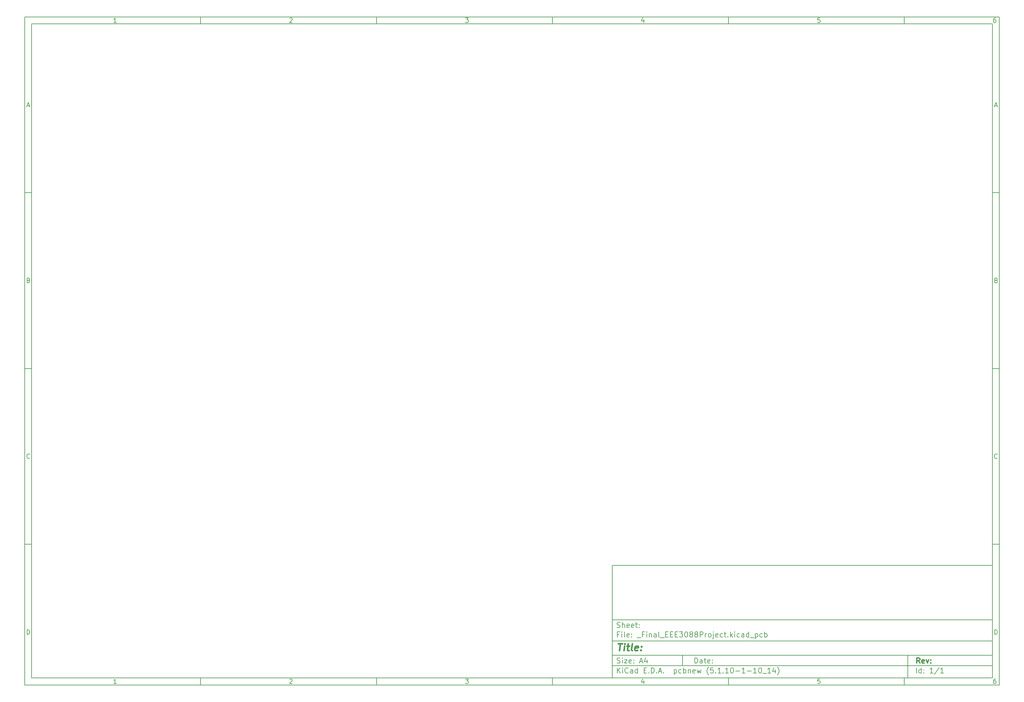
<source format=gbr>
%TF.GenerationSoftware,KiCad,Pcbnew,(5.1.10-1-10_14)*%
%TF.CreationDate,2021-06-17T20:45:02+02:00*%
%TF.ProjectId,_Final_EEE3088Project,5f46696e-616c-45f4-9545-453330383850,rev?*%
%TF.SameCoordinates,Original*%
%TF.FileFunction,Paste,Bot*%
%TF.FilePolarity,Positive*%
%FSLAX46Y46*%
G04 Gerber Fmt 4.6, Leading zero omitted, Abs format (unit mm)*
G04 Created by KiCad (PCBNEW (5.1.10-1-10_14)) date 2021-06-17 20:45:02*
%MOMM*%
%LPD*%
G01*
G04 APERTURE LIST*
%ADD10C,0.100000*%
%ADD11C,0.150000*%
%ADD12C,0.300000*%
%ADD13C,0.400000*%
G04 APERTURE END LIST*
D10*
D11*
X177002200Y-166007200D02*
X177002200Y-198007200D01*
X285002200Y-198007200D01*
X285002200Y-166007200D01*
X177002200Y-166007200D01*
D10*
D11*
X10000000Y-10000000D02*
X10000000Y-200007200D01*
X287002200Y-200007200D01*
X287002200Y-10000000D01*
X10000000Y-10000000D01*
D10*
D11*
X12000000Y-12000000D02*
X12000000Y-198007200D01*
X285002200Y-198007200D01*
X285002200Y-12000000D01*
X12000000Y-12000000D01*
D10*
D11*
X60000000Y-12000000D02*
X60000000Y-10000000D01*
D10*
D11*
X110000000Y-12000000D02*
X110000000Y-10000000D01*
D10*
D11*
X160000000Y-12000000D02*
X160000000Y-10000000D01*
D10*
D11*
X210000000Y-12000000D02*
X210000000Y-10000000D01*
D10*
D11*
X260000000Y-12000000D02*
X260000000Y-10000000D01*
D10*
D11*
X36065476Y-11588095D02*
X35322619Y-11588095D01*
X35694047Y-11588095D02*
X35694047Y-10288095D01*
X35570238Y-10473809D01*
X35446428Y-10597619D01*
X35322619Y-10659523D01*
D10*
D11*
X85322619Y-10411904D02*
X85384523Y-10350000D01*
X85508333Y-10288095D01*
X85817857Y-10288095D01*
X85941666Y-10350000D01*
X86003571Y-10411904D01*
X86065476Y-10535714D01*
X86065476Y-10659523D01*
X86003571Y-10845238D01*
X85260714Y-11588095D01*
X86065476Y-11588095D01*
D10*
D11*
X135260714Y-10288095D02*
X136065476Y-10288095D01*
X135632142Y-10783333D01*
X135817857Y-10783333D01*
X135941666Y-10845238D01*
X136003571Y-10907142D01*
X136065476Y-11030952D01*
X136065476Y-11340476D01*
X136003571Y-11464285D01*
X135941666Y-11526190D01*
X135817857Y-11588095D01*
X135446428Y-11588095D01*
X135322619Y-11526190D01*
X135260714Y-11464285D01*
D10*
D11*
X185941666Y-10721428D02*
X185941666Y-11588095D01*
X185632142Y-10226190D02*
X185322619Y-11154761D01*
X186127380Y-11154761D01*
D10*
D11*
X236003571Y-10288095D02*
X235384523Y-10288095D01*
X235322619Y-10907142D01*
X235384523Y-10845238D01*
X235508333Y-10783333D01*
X235817857Y-10783333D01*
X235941666Y-10845238D01*
X236003571Y-10907142D01*
X236065476Y-11030952D01*
X236065476Y-11340476D01*
X236003571Y-11464285D01*
X235941666Y-11526190D01*
X235817857Y-11588095D01*
X235508333Y-11588095D01*
X235384523Y-11526190D01*
X235322619Y-11464285D01*
D10*
D11*
X285941666Y-10288095D02*
X285694047Y-10288095D01*
X285570238Y-10350000D01*
X285508333Y-10411904D01*
X285384523Y-10597619D01*
X285322619Y-10845238D01*
X285322619Y-11340476D01*
X285384523Y-11464285D01*
X285446428Y-11526190D01*
X285570238Y-11588095D01*
X285817857Y-11588095D01*
X285941666Y-11526190D01*
X286003571Y-11464285D01*
X286065476Y-11340476D01*
X286065476Y-11030952D01*
X286003571Y-10907142D01*
X285941666Y-10845238D01*
X285817857Y-10783333D01*
X285570238Y-10783333D01*
X285446428Y-10845238D01*
X285384523Y-10907142D01*
X285322619Y-11030952D01*
D10*
D11*
X60000000Y-198007200D02*
X60000000Y-200007200D01*
D10*
D11*
X110000000Y-198007200D02*
X110000000Y-200007200D01*
D10*
D11*
X160000000Y-198007200D02*
X160000000Y-200007200D01*
D10*
D11*
X210000000Y-198007200D02*
X210000000Y-200007200D01*
D10*
D11*
X260000000Y-198007200D02*
X260000000Y-200007200D01*
D10*
D11*
X36065476Y-199595295D02*
X35322619Y-199595295D01*
X35694047Y-199595295D02*
X35694047Y-198295295D01*
X35570238Y-198481009D01*
X35446428Y-198604819D01*
X35322619Y-198666723D01*
D10*
D11*
X85322619Y-198419104D02*
X85384523Y-198357200D01*
X85508333Y-198295295D01*
X85817857Y-198295295D01*
X85941666Y-198357200D01*
X86003571Y-198419104D01*
X86065476Y-198542914D01*
X86065476Y-198666723D01*
X86003571Y-198852438D01*
X85260714Y-199595295D01*
X86065476Y-199595295D01*
D10*
D11*
X135260714Y-198295295D02*
X136065476Y-198295295D01*
X135632142Y-198790533D01*
X135817857Y-198790533D01*
X135941666Y-198852438D01*
X136003571Y-198914342D01*
X136065476Y-199038152D01*
X136065476Y-199347676D01*
X136003571Y-199471485D01*
X135941666Y-199533390D01*
X135817857Y-199595295D01*
X135446428Y-199595295D01*
X135322619Y-199533390D01*
X135260714Y-199471485D01*
D10*
D11*
X185941666Y-198728628D02*
X185941666Y-199595295D01*
X185632142Y-198233390D02*
X185322619Y-199161961D01*
X186127380Y-199161961D01*
D10*
D11*
X236003571Y-198295295D02*
X235384523Y-198295295D01*
X235322619Y-198914342D01*
X235384523Y-198852438D01*
X235508333Y-198790533D01*
X235817857Y-198790533D01*
X235941666Y-198852438D01*
X236003571Y-198914342D01*
X236065476Y-199038152D01*
X236065476Y-199347676D01*
X236003571Y-199471485D01*
X235941666Y-199533390D01*
X235817857Y-199595295D01*
X235508333Y-199595295D01*
X235384523Y-199533390D01*
X235322619Y-199471485D01*
D10*
D11*
X285941666Y-198295295D02*
X285694047Y-198295295D01*
X285570238Y-198357200D01*
X285508333Y-198419104D01*
X285384523Y-198604819D01*
X285322619Y-198852438D01*
X285322619Y-199347676D01*
X285384523Y-199471485D01*
X285446428Y-199533390D01*
X285570238Y-199595295D01*
X285817857Y-199595295D01*
X285941666Y-199533390D01*
X286003571Y-199471485D01*
X286065476Y-199347676D01*
X286065476Y-199038152D01*
X286003571Y-198914342D01*
X285941666Y-198852438D01*
X285817857Y-198790533D01*
X285570238Y-198790533D01*
X285446428Y-198852438D01*
X285384523Y-198914342D01*
X285322619Y-199038152D01*
D10*
D11*
X10000000Y-60000000D02*
X12000000Y-60000000D01*
D10*
D11*
X10000000Y-110000000D02*
X12000000Y-110000000D01*
D10*
D11*
X10000000Y-160000000D02*
X12000000Y-160000000D01*
D10*
D11*
X10690476Y-35216666D02*
X11309523Y-35216666D01*
X10566666Y-35588095D02*
X11000000Y-34288095D01*
X11433333Y-35588095D01*
D10*
D11*
X11092857Y-84907142D02*
X11278571Y-84969047D01*
X11340476Y-85030952D01*
X11402380Y-85154761D01*
X11402380Y-85340476D01*
X11340476Y-85464285D01*
X11278571Y-85526190D01*
X11154761Y-85588095D01*
X10659523Y-85588095D01*
X10659523Y-84288095D01*
X11092857Y-84288095D01*
X11216666Y-84350000D01*
X11278571Y-84411904D01*
X11340476Y-84535714D01*
X11340476Y-84659523D01*
X11278571Y-84783333D01*
X11216666Y-84845238D01*
X11092857Y-84907142D01*
X10659523Y-84907142D01*
D10*
D11*
X11402380Y-135464285D02*
X11340476Y-135526190D01*
X11154761Y-135588095D01*
X11030952Y-135588095D01*
X10845238Y-135526190D01*
X10721428Y-135402380D01*
X10659523Y-135278571D01*
X10597619Y-135030952D01*
X10597619Y-134845238D01*
X10659523Y-134597619D01*
X10721428Y-134473809D01*
X10845238Y-134350000D01*
X11030952Y-134288095D01*
X11154761Y-134288095D01*
X11340476Y-134350000D01*
X11402380Y-134411904D01*
D10*
D11*
X10659523Y-185588095D02*
X10659523Y-184288095D01*
X10969047Y-184288095D01*
X11154761Y-184350000D01*
X11278571Y-184473809D01*
X11340476Y-184597619D01*
X11402380Y-184845238D01*
X11402380Y-185030952D01*
X11340476Y-185278571D01*
X11278571Y-185402380D01*
X11154761Y-185526190D01*
X10969047Y-185588095D01*
X10659523Y-185588095D01*
D10*
D11*
X287002200Y-60000000D02*
X285002200Y-60000000D01*
D10*
D11*
X287002200Y-110000000D02*
X285002200Y-110000000D01*
D10*
D11*
X287002200Y-160000000D02*
X285002200Y-160000000D01*
D10*
D11*
X285692676Y-35216666D02*
X286311723Y-35216666D01*
X285568866Y-35588095D02*
X286002200Y-34288095D01*
X286435533Y-35588095D01*
D10*
D11*
X286095057Y-84907142D02*
X286280771Y-84969047D01*
X286342676Y-85030952D01*
X286404580Y-85154761D01*
X286404580Y-85340476D01*
X286342676Y-85464285D01*
X286280771Y-85526190D01*
X286156961Y-85588095D01*
X285661723Y-85588095D01*
X285661723Y-84288095D01*
X286095057Y-84288095D01*
X286218866Y-84350000D01*
X286280771Y-84411904D01*
X286342676Y-84535714D01*
X286342676Y-84659523D01*
X286280771Y-84783333D01*
X286218866Y-84845238D01*
X286095057Y-84907142D01*
X285661723Y-84907142D01*
D10*
D11*
X286404580Y-135464285D02*
X286342676Y-135526190D01*
X286156961Y-135588095D01*
X286033152Y-135588095D01*
X285847438Y-135526190D01*
X285723628Y-135402380D01*
X285661723Y-135278571D01*
X285599819Y-135030952D01*
X285599819Y-134845238D01*
X285661723Y-134597619D01*
X285723628Y-134473809D01*
X285847438Y-134350000D01*
X286033152Y-134288095D01*
X286156961Y-134288095D01*
X286342676Y-134350000D01*
X286404580Y-134411904D01*
D10*
D11*
X285661723Y-185588095D02*
X285661723Y-184288095D01*
X285971247Y-184288095D01*
X286156961Y-184350000D01*
X286280771Y-184473809D01*
X286342676Y-184597619D01*
X286404580Y-184845238D01*
X286404580Y-185030952D01*
X286342676Y-185278571D01*
X286280771Y-185402380D01*
X286156961Y-185526190D01*
X285971247Y-185588095D01*
X285661723Y-185588095D01*
D10*
D11*
X200434342Y-193785771D02*
X200434342Y-192285771D01*
X200791485Y-192285771D01*
X201005771Y-192357200D01*
X201148628Y-192500057D01*
X201220057Y-192642914D01*
X201291485Y-192928628D01*
X201291485Y-193142914D01*
X201220057Y-193428628D01*
X201148628Y-193571485D01*
X201005771Y-193714342D01*
X200791485Y-193785771D01*
X200434342Y-193785771D01*
X202577200Y-193785771D02*
X202577200Y-193000057D01*
X202505771Y-192857200D01*
X202362914Y-192785771D01*
X202077200Y-192785771D01*
X201934342Y-192857200D01*
X202577200Y-193714342D02*
X202434342Y-193785771D01*
X202077200Y-193785771D01*
X201934342Y-193714342D01*
X201862914Y-193571485D01*
X201862914Y-193428628D01*
X201934342Y-193285771D01*
X202077200Y-193214342D01*
X202434342Y-193214342D01*
X202577200Y-193142914D01*
X203077200Y-192785771D02*
X203648628Y-192785771D01*
X203291485Y-192285771D02*
X203291485Y-193571485D01*
X203362914Y-193714342D01*
X203505771Y-193785771D01*
X203648628Y-193785771D01*
X204720057Y-193714342D02*
X204577200Y-193785771D01*
X204291485Y-193785771D01*
X204148628Y-193714342D01*
X204077200Y-193571485D01*
X204077200Y-193000057D01*
X204148628Y-192857200D01*
X204291485Y-192785771D01*
X204577200Y-192785771D01*
X204720057Y-192857200D01*
X204791485Y-193000057D01*
X204791485Y-193142914D01*
X204077200Y-193285771D01*
X205434342Y-193642914D02*
X205505771Y-193714342D01*
X205434342Y-193785771D01*
X205362914Y-193714342D01*
X205434342Y-193642914D01*
X205434342Y-193785771D01*
X205434342Y-192857200D02*
X205505771Y-192928628D01*
X205434342Y-193000057D01*
X205362914Y-192928628D01*
X205434342Y-192857200D01*
X205434342Y-193000057D01*
D10*
D11*
X177002200Y-194507200D02*
X285002200Y-194507200D01*
D10*
D11*
X178434342Y-196585771D02*
X178434342Y-195085771D01*
X179291485Y-196585771D02*
X178648628Y-195728628D01*
X179291485Y-195085771D02*
X178434342Y-195942914D01*
X179934342Y-196585771D02*
X179934342Y-195585771D01*
X179934342Y-195085771D02*
X179862914Y-195157200D01*
X179934342Y-195228628D01*
X180005771Y-195157200D01*
X179934342Y-195085771D01*
X179934342Y-195228628D01*
X181505771Y-196442914D02*
X181434342Y-196514342D01*
X181220057Y-196585771D01*
X181077200Y-196585771D01*
X180862914Y-196514342D01*
X180720057Y-196371485D01*
X180648628Y-196228628D01*
X180577200Y-195942914D01*
X180577200Y-195728628D01*
X180648628Y-195442914D01*
X180720057Y-195300057D01*
X180862914Y-195157200D01*
X181077200Y-195085771D01*
X181220057Y-195085771D01*
X181434342Y-195157200D01*
X181505771Y-195228628D01*
X182791485Y-196585771D02*
X182791485Y-195800057D01*
X182720057Y-195657200D01*
X182577200Y-195585771D01*
X182291485Y-195585771D01*
X182148628Y-195657200D01*
X182791485Y-196514342D02*
X182648628Y-196585771D01*
X182291485Y-196585771D01*
X182148628Y-196514342D01*
X182077200Y-196371485D01*
X182077200Y-196228628D01*
X182148628Y-196085771D01*
X182291485Y-196014342D01*
X182648628Y-196014342D01*
X182791485Y-195942914D01*
X184148628Y-196585771D02*
X184148628Y-195085771D01*
X184148628Y-196514342D02*
X184005771Y-196585771D01*
X183720057Y-196585771D01*
X183577200Y-196514342D01*
X183505771Y-196442914D01*
X183434342Y-196300057D01*
X183434342Y-195871485D01*
X183505771Y-195728628D01*
X183577200Y-195657200D01*
X183720057Y-195585771D01*
X184005771Y-195585771D01*
X184148628Y-195657200D01*
X186005771Y-195800057D02*
X186505771Y-195800057D01*
X186720057Y-196585771D02*
X186005771Y-196585771D01*
X186005771Y-195085771D01*
X186720057Y-195085771D01*
X187362914Y-196442914D02*
X187434342Y-196514342D01*
X187362914Y-196585771D01*
X187291485Y-196514342D01*
X187362914Y-196442914D01*
X187362914Y-196585771D01*
X188077200Y-196585771D02*
X188077200Y-195085771D01*
X188434342Y-195085771D01*
X188648628Y-195157200D01*
X188791485Y-195300057D01*
X188862914Y-195442914D01*
X188934342Y-195728628D01*
X188934342Y-195942914D01*
X188862914Y-196228628D01*
X188791485Y-196371485D01*
X188648628Y-196514342D01*
X188434342Y-196585771D01*
X188077200Y-196585771D01*
X189577200Y-196442914D02*
X189648628Y-196514342D01*
X189577200Y-196585771D01*
X189505771Y-196514342D01*
X189577200Y-196442914D01*
X189577200Y-196585771D01*
X190220057Y-196157200D02*
X190934342Y-196157200D01*
X190077200Y-196585771D02*
X190577200Y-195085771D01*
X191077200Y-196585771D01*
X191577200Y-196442914D02*
X191648628Y-196514342D01*
X191577200Y-196585771D01*
X191505771Y-196514342D01*
X191577200Y-196442914D01*
X191577200Y-196585771D01*
X194577200Y-195585771D02*
X194577200Y-197085771D01*
X194577200Y-195657200D02*
X194720057Y-195585771D01*
X195005771Y-195585771D01*
X195148628Y-195657200D01*
X195220057Y-195728628D01*
X195291485Y-195871485D01*
X195291485Y-196300057D01*
X195220057Y-196442914D01*
X195148628Y-196514342D01*
X195005771Y-196585771D01*
X194720057Y-196585771D01*
X194577200Y-196514342D01*
X196577200Y-196514342D02*
X196434342Y-196585771D01*
X196148628Y-196585771D01*
X196005771Y-196514342D01*
X195934342Y-196442914D01*
X195862914Y-196300057D01*
X195862914Y-195871485D01*
X195934342Y-195728628D01*
X196005771Y-195657200D01*
X196148628Y-195585771D01*
X196434342Y-195585771D01*
X196577200Y-195657200D01*
X197220057Y-196585771D02*
X197220057Y-195085771D01*
X197220057Y-195657200D02*
X197362914Y-195585771D01*
X197648628Y-195585771D01*
X197791485Y-195657200D01*
X197862914Y-195728628D01*
X197934342Y-195871485D01*
X197934342Y-196300057D01*
X197862914Y-196442914D01*
X197791485Y-196514342D01*
X197648628Y-196585771D01*
X197362914Y-196585771D01*
X197220057Y-196514342D01*
X198577200Y-195585771D02*
X198577200Y-196585771D01*
X198577200Y-195728628D02*
X198648628Y-195657200D01*
X198791485Y-195585771D01*
X199005771Y-195585771D01*
X199148628Y-195657200D01*
X199220057Y-195800057D01*
X199220057Y-196585771D01*
X200505771Y-196514342D02*
X200362914Y-196585771D01*
X200077200Y-196585771D01*
X199934342Y-196514342D01*
X199862914Y-196371485D01*
X199862914Y-195800057D01*
X199934342Y-195657200D01*
X200077200Y-195585771D01*
X200362914Y-195585771D01*
X200505771Y-195657200D01*
X200577200Y-195800057D01*
X200577200Y-195942914D01*
X199862914Y-196085771D01*
X201077200Y-195585771D02*
X201362914Y-196585771D01*
X201648628Y-195871485D01*
X201934342Y-196585771D01*
X202220057Y-195585771D01*
X204362914Y-197157200D02*
X204291485Y-197085771D01*
X204148628Y-196871485D01*
X204077200Y-196728628D01*
X204005771Y-196514342D01*
X203934342Y-196157200D01*
X203934342Y-195871485D01*
X204005771Y-195514342D01*
X204077200Y-195300057D01*
X204148628Y-195157200D01*
X204291485Y-194942914D01*
X204362914Y-194871485D01*
X205648628Y-195085771D02*
X204934342Y-195085771D01*
X204862914Y-195800057D01*
X204934342Y-195728628D01*
X205077200Y-195657200D01*
X205434342Y-195657200D01*
X205577200Y-195728628D01*
X205648628Y-195800057D01*
X205720057Y-195942914D01*
X205720057Y-196300057D01*
X205648628Y-196442914D01*
X205577200Y-196514342D01*
X205434342Y-196585771D01*
X205077200Y-196585771D01*
X204934342Y-196514342D01*
X204862914Y-196442914D01*
X206362914Y-196442914D02*
X206434342Y-196514342D01*
X206362914Y-196585771D01*
X206291485Y-196514342D01*
X206362914Y-196442914D01*
X206362914Y-196585771D01*
X207862914Y-196585771D02*
X207005771Y-196585771D01*
X207434342Y-196585771D02*
X207434342Y-195085771D01*
X207291485Y-195300057D01*
X207148628Y-195442914D01*
X207005771Y-195514342D01*
X208505771Y-196442914D02*
X208577200Y-196514342D01*
X208505771Y-196585771D01*
X208434342Y-196514342D01*
X208505771Y-196442914D01*
X208505771Y-196585771D01*
X210005771Y-196585771D02*
X209148628Y-196585771D01*
X209577200Y-196585771D02*
X209577200Y-195085771D01*
X209434342Y-195300057D01*
X209291485Y-195442914D01*
X209148628Y-195514342D01*
X210934342Y-195085771D02*
X211077200Y-195085771D01*
X211220057Y-195157200D01*
X211291485Y-195228628D01*
X211362914Y-195371485D01*
X211434342Y-195657200D01*
X211434342Y-196014342D01*
X211362914Y-196300057D01*
X211291485Y-196442914D01*
X211220057Y-196514342D01*
X211077200Y-196585771D01*
X210934342Y-196585771D01*
X210791485Y-196514342D01*
X210720057Y-196442914D01*
X210648628Y-196300057D01*
X210577200Y-196014342D01*
X210577200Y-195657200D01*
X210648628Y-195371485D01*
X210720057Y-195228628D01*
X210791485Y-195157200D01*
X210934342Y-195085771D01*
X212077200Y-196014342D02*
X213220057Y-196014342D01*
X214720057Y-196585771D02*
X213862914Y-196585771D01*
X214291485Y-196585771D02*
X214291485Y-195085771D01*
X214148628Y-195300057D01*
X214005771Y-195442914D01*
X213862914Y-195514342D01*
X215362914Y-196014342D02*
X216505771Y-196014342D01*
X218005771Y-196585771D02*
X217148628Y-196585771D01*
X217577200Y-196585771D02*
X217577200Y-195085771D01*
X217434342Y-195300057D01*
X217291485Y-195442914D01*
X217148628Y-195514342D01*
X218934342Y-195085771D02*
X219077200Y-195085771D01*
X219220057Y-195157200D01*
X219291485Y-195228628D01*
X219362914Y-195371485D01*
X219434342Y-195657200D01*
X219434342Y-196014342D01*
X219362914Y-196300057D01*
X219291485Y-196442914D01*
X219220057Y-196514342D01*
X219077200Y-196585771D01*
X218934342Y-196585771D01*
X218791485Y-196514342D01*
X218720057Y-196442914D01*
X218648628Y-196300057D01*
X218577200Y-196014342D01*
X218577200Y-195657200D01*
X218648628Y-195371485D01*
X218720057Y-195228628D01*
X218791485Y-195157200D01*
X218934342Y-195085771D01*
X219720057Y-196728628D02*
X220862914Y-196728628D01*
X222005771Y-196585771D02*
X221148628Y-196585771D01*
X221577200Y-196585771D02*
X221577200Y-195085771D01*
X221434342Y-195300057D01*
X221291485Y-195442914D01*
X221148628Y-195514342D01*
X223291485Y-195585771D02*
X223291485Y-196585771D01*
X222934342Y-195014342D02*
X222577200Y-196085771D01*
X223505771Y-196085771D01*
X223934342Y-197157200D02*
X224005771Y-197085771D01*
X224148628Y-196871485D01*
X224220057Y-196728628D01*
X224291485Y-196514342D01*
X224362914Y-196157200D01*
X224362914Y-195871485D01*
X224291485Y-195514342D01*
X224220057Y-195300057D01*
X224148628Y-195157200D01*
X224005771Y-194942914D01*
X223934342Y-194871485D01*
D10*
D11*
X177002200Y-191507200D02*
X285002200Y-191507200D01*
D10*
D12*
X264411485Y-193785771D02*
X263911485Y-193071485D01*
X263554342Y-193785771D02*
X263554342Y-192285771D01*
X264125771Y-192285771D01*
X264268628Y-192357200D01*
X264340057Y-192428628D01*
X264411485Y-192571485D01*
X264411485Y-192785771D01*
X264340057Y-192928628D01*
X264268628Y-193000057D01*
X264125771Y-193071485D01*
X263554342Y-193071485D01*
X265625771Y-193714342D02*
X265482914Y-193785771D01*
X265197200Y-193785771D01*
X265054342Y-193714342D01*
X264982914Y-193571485D01*
X264982914Y-193000057D01*
X265054342Y-192857200D01*
X265197200Y-192785771D01*
X265482914Y-192785771D01*
X265625771Y-192857200D01*
X265697200Y-193000057D01*
X265697200Y-193142914D01*
X264982914Y-193285771D01*
X266197200Y-192785771D02*
X266554342Y-193785771D01*
X266911485Y-192785771D01*
X267482914Y-193642914D02*
X267554342Y-193714342D01*
X267482914Y-193785771D01*
X267411485Y-193714342D01*
X267482914Y-193642914D01*
X267482914Y-193785771D01*
X267482914Y-192857200D02*
X267554342Y-192928628D01*
X267482914Y-193000057D01*
X267411485Y-192928628D01*
X267482914Y-192857200D01*
X267482914Y-193000057D01*
D10*
D11*
X178362914Y-193714342D02*
X178577200Y-193785771D01*
X178934342Y-193785771D01*
X179077200Y-193714342D01*
X179148628Y-193642914D01*
X179220057Y-193500057D01*
X179220057Y-193357200D01*
X179148628Y-193214342D01*
X179077200Y-193142914D01*
X178934342Y-193071485D01*
X178648628Y-193000057D01*
X178505771Y-192928628D01*
X178434342Y-192857200D01*
X178362914Y-192714342D01*
X178362914Y-192571485D01*
X178434342Y-192428628D01*
X178505771Y-192357200D01*
X178648628Y-192285771D01*
X179005771Y-192285771D01*
X179220057Y-192357200D01*
X179862914Y-193785771D02*
X179862914Y-192785771D01*
X179862914Y-192285771D02*
X179791485Y-192357200D01*
X179862914Y-192428628D01*
X179934342Y-192357200D01*
X179862914Y-192285771D01*
X179862914Y-192428628D01*
X180434342Y-192785771D02*
X181220057Y-192785771D01*
X180434342Y-193785771D01*
X181220057Y-193785771D01*
X182362914Y-193714342D02*
X182220057Y-193785771D01*
X181934342Y-193785771D01*
X181791485Y-193714342D01*
X181720057Y-193571485D01*
X181720057Y-193000057D01*
X181791485Y-192857200D01*
X181934342Y-192785771D01*
X182220057Y-192785771D01*
X182362914Y-192857200D01*
X182434342Y-193000057D01*
X182434342Y-193142914D01*
X181720057Y-193285771D01*
X183077200Y-193642914D02*
X183148628Y-193714342D01*
X183077200Y-193785771D01*
X183005771Y-193714342D01*
X183077200Y-193642914D01*
X183077200Y-193785771D01*
X183077200Y-192857200D02*
X183148628Y-192928628D01*
X183077200Y-193000057D01*
X183005771Y-192928628D01*
X183077200Y-192857200D01*
X183077200Y-193000057D01*
X184862914Y-193357200D02*
X185577200Y-193357200D01*
X184720057Y-193785771D02*
X185220057Y-192285771D01*
X185720057Y-193785771D01*
X186862914Y-192785771D02*
X186862914Y-193785771D01*
X186505771Y-192214342D02*
X186148628Y-193285771D01*
X187077200Y-193285771D01*
D10*
D11*
X263434342Y-196585771D02*
X263434342Y-195085771D01*
X264791485Y-196585771D02*
X264791485Y-195085771D01*
X264791485Y-196514342D02*
X264648628Y-196585771D01*
X264362914Y-196585771D01*
X264220057Y-196514342D01*
X264148628Y-196442914D01*
X264077200Y-196300057D01*
X264077200Y-195871485D01*
X264148628Y-195728628D01*
X264220057Y-195657200D01*
X264362914Y-195585771D01*
X264648628Y-195585771D01*
X264791485Y-195657200D01*
X265505771Y-196442914D02*
X265577200Y-196514342D01*
X265505771Y-196585771D01*
X265434342Y-196514342D01*
X265505771Y-196442914D01*
X265505771Y-196585771D01*
X265505771Y-195657200D02*
X265577200Y-195728628D01*
X265505771Y-195800057D01*
X265434342Y-195728628D01*
X265505771Y-195657200D01*
X265505771Y-195800057D01*
X268148628Y-196585771D02*
X267291485Y-196585771D01*
X267720057Y-196585771D02*
X267720057Y-195085771D01*
X267577200Y-195300057D01*
X267434342Y-195442914D01*
X267291485Y-195514342D01*
X269862914Y-195014342D02*
X268577200Y-196942914D01*
X271148628Y-196585771D02*
X270291485Y-196585771D01*
X270720057Y-196585771D02*
X270720057Y-195085771D01*
X270577200Y-195300057D01*
X270434342Y-195442914D01*
X270291485Y-195514342D01*
D10*
D11*
X177002200Y-187507200D02*
X285002200Y-187507200D01*
D10*
D13*
X178714580Y-188211961D02*
X179857438Y-188211961D01*
X179036009Y-190211961D02*
X179286009Y-188211961D01*
X180274104Y-190211961D02*
X180440771Y-188878628D01*
X180524104Y-188211961D02*
X180416961Y-188307200D01*
X180500295Y-188402438D01*
X180607438Y-188307200D01*
X180524104Y-188211961D01*
X180500295Y-188402438D01*
X181107438Y-188878628D02*
X181869342Y-188878628D01*
X181476485Y-188211961D02*
X181262200Y-189926247D01*
X181333628Y-190116723D01*
X181512200Y-190211961D01*
X181702676Y-190211961D01*
X182655057Y-190211961D02*
X182476485Y-190116723D01*
X182405057Y-189926247D01*
X182619342Y-188211961D01*
X184190771Y-190116723D02*
X183988390Y-190211961D01*
X183607438Y-190211961D01*
X183428866Y-190116723D01*
X183357438Y-189926247D01*
X183452676Y-189164342D01*
X183571723Y-188973866D01*
X183774104Y-188878628D01*
X184155057Y-188878628D01*
X184333628Y-188973866D01*
X184405057Y-189164342D01*
X184381247Y-189354819D01*
X183405057Y-189545295D01*
X185155057Y-190021485D02*
X185238390Y-190116723D01*
X185131247Y-190211961D01*
X185047914Y-190116723D01*
X185155057Y-190021485D01*
X185131247Y-190211961D01*
X185286009Y-188973866D02*
X185369342Y-189069104D01*
X185262200Y-189164342D01*
X185178866Y-189069104D01*
X185286009Y-188973866D01*
X185262200Y-189164342D01*
D10*
D11*
X178934342Y-185600057D02*
X178434342Y-185600057D01*
X178434342Y-186385771D02*
X178434342Y-184885771D01*
X179148628Y-184885771D01*
X179720057Y-186385771D02*
X179720057Y-185385771D01*
X179720057Y-184885771D02*
X179648628Y-184957200D01*
X179720057Y-185028628D01*
X179791485Y-184957200D01*
X179720057Y-184885771D01*
X179720057Y-185028628D01*
X180648628Y-186385771D02*
X180505771Y-186314342D01*
X180434342Y-186171485D01*
X180434342Y-184885771D01*
X181791485Y-186314342D02*
X181648628Y-186385771D01*
X181362914Y-186385771D01*
X181220057Y-186314342D01*
X181148628Y-186171485D01*
X181148628Y-185600057D01*
X181220057Y-185457200D01*
X181362914Y-185385771D01*
X181648628Y-185385771D01*
X181791485Y-185457200D01*
X181862914Y-185600057D01*
X181862914Y-185742914D01*
X181148628Y-185885771D01*
X182505771Y-186242914D02*
X182577200Y-186314342D01*
X182505771Y-186385771D01*
X182434342Y-186314342D01*
X182505771Y-186242914D01*
X182505771Y-186385771D01*
X182505771Y-185457200D02*
X182577200Y-185528628D01*
X182505771Y-185600057D01*
X182434342Y-185528628D01*
X182505771Y-185457200D01*
X182505771Y-185600057D01*
X184005771Y-186528628D02*
X185148628Y-186528628D01*
X186005771Y-185600057D02*
X185505771Y-185600057D01*
X185505771Y-186385771D02*
X185505771Y-184885771D01*
X186220057Y-184885771D01*
X186791485Y-186385771D02*
X186791485Y-185385771D01*
X186791485Y-184885771D02*
X186720057Y-184957200D01*
X186791485Y-185028628D01*
X186862914Y-184957200D01*
X186791485Y-184885771D01*
X186791485Y-185028628D01*
X187505771Y-185385771D02*
X187505771Y-186385771D01*
X187505771Y-185528628D02*
X187577200Y-185457200D01*
X187720057Y-185385771D01*
X187934342Y-185385771D01*
X188077200Y-185457200D01*
X188148628Y-185600057D01*
X188148628Y-186385771D01*
X189505771Y-186385771D02*
X189505771Y-185600057D01*
X189434342Y-185457200D01*
X189291485Y-185385771D01*
X189005771Y-185385771D01*
X188862914Y-185457200D01*
X189505771Y-186314342D02*
X189362914Y-186385771D01*
X189005771Y-186385771D01*
X188862914Y-186314342D01*
X188791485Y-186171485D01*
X188791485Y-186028628D01*
X188862914Y-185885771D01*
X189005771Y-185814342D01*
X189362914Y-185814342D01*
X189505771Y-185742914D01*
X190434342Y-186385771D02*
X190291485Y-186314342D01*
X190220057Y-186171485D01*
X190220057Y-184885771D01*
X190648628Y-186528628D02*
X191791485Y-186528628D01*
X192148628Y-185600057D02*
X192648628Y-185600057D01*
X192862914Y-186385771D02*
X192148628Y-186385771D01*
X192148628Y-184885771D01*
X192862914Y-184885771D01*
X193505771Y-185600057D02*
X194005771Y-185600057D01*
X194220057Y-186385771D02*
X193505771Y-186385771D01*
X193505771Y-184885771D01*
X194220057Y-184885771D01*
X194862914Y-185600057D02*
X195362914Y-185600057D01*
X195577200Y-186385771D02*
X194862914Y-186385771D01*
X194862914Y-184885771D01*
X195577200Y-184885771D01*
X196077200Y-184885771D02*
X197005771Y-184885771D01*
X196505771Y-185457200D01*
X196720057Y-185457200D01*
X196862914Y-185528628D01*
X196934342Y-185600057D01*
X197005771Y-185742914D01*
X197005771Y-186100057D01*
X196934342Y-186242914D01*
X196862914Y-186314342D01*
X196720057Y-186385771D01*
X196291485Y-186385771D01*
X196148628Y-186314342D01*
X196077200Y-186242914D01*
X197934342Y-184885771D02*
X198077200Y-184885771D01*
X198220057Y-184957200D01*
X198291485Y-185028628D01*
X198362914Y-185171485D01*
X198434342Y-185457200D01*
X198434342Y-185814342D01*
X198362914Y-186100057D01*
X198291485Y-186242914D01*
X198220057Y-186314342D01*
X198077200Y-186385771D01*
X197934342Y-186385771D01*
X197791485Y-186314342D01*
X197720057Y-186242914D01*
X197648628Y-186100057D01*
X197577200Y-185814342D01*
X197577200Y-185457200D01*
X197648628Y-185171485D01*
X197720057Y-185028628D01*
X197791485Y-184957200D01*
X197934342Y-184885771D01*
X199291485Y-185528628D02*
X199148628Y-185457200D01*
X199077200Y-185385771D01*
X199005771Y-185242914D01*
X199005771Y-185171485D01*
X199077200Y-185028628D01*
X199148628Y-184957200D01*
X199291485Y-184885771D01*
X199577200Y-184885771D01*
X199720057Y-184957200D01*
X199791485Y-185028628D01*
X199862914Y-185171485D01*
X199862914Y-185242914D01*
X199791485Y-185385771D01*
X199720057Y-185457200D01*
X199577200Y-185528628D01*
X199291485Y-185528628D01*
X199148628Y-185600057D01*
X199077200Y-185671485D01*
X199005771Y-185814342D01*
X199005771Y-186100057D01*
X199077200Y-186242914D01*
X199148628Y-186314342D01*
X199291485Y-186385771D01*
X199577200Y-186385771D01*
X199720057Y-186314342D01*
X199791485Y-186242914D01*
X199862914Y-186100057D01*
X199862914Y-185814342D01*
X199791485Y-185671485D01*
X199720057Y-185600057D01*
X199577200Y-185528628D01*
X200720057Y-185528628D02*
X200577200Y-185457200D01*
X200505771Y-185385771D01*
X200434342Y-185242914D01*
X200434342Y-185171485D01*
X200505771Y-185028628D01*
X200577200Y-184957200D01*
X200720057Y-184885771D01*
X201005771Y-184885771D01*
X201148628Y-184957200D01*
X201220057Y-185028628D01*
X201291485Y-185171485D01*
X201291485Y-185242914D01*
X201220057Y-185385771D01*
X201148628Y-185457200D01*
X201005771Y-185528628D01*
X200720057Y-185528628D01*
X200577200Y-185600057D01*
X200505771Y-185671485D01*
X200434342Y-185814342D01*
X200434342Y-186100057D01*
X200505771Y-186242914D01*
X200577200Y-186314342D01*
X200720057Y-186385771D01*
X201005771Y-186385771D01*
X201148628Y-186314342D01*
X201220057Y-186242914D01*
X201291485Y-186100057D01*
X201291485Y-185814342D01*
X201220057Y-185671485D01*
X201148628Y-185600057D01*
X201005771Y-185528628D01*
X201934342Y-186385771D02*
X201934342Y-184885771D01*
X202505771Y-184885771D01*
X202648628Y-184957200D01*
X202720057Y-185028628D01*
X202791485Y-185171485D01*
X202791485Y-185385771D01*
X202720057Y-185528628D01*
X202648628Y-185600057D01*
X202505771Y-185671485D01*
X201934342Y-185671485D01*
X203434342Y-186385771D02*
X203434342Y-185385771D01*
X203434342Y-185671485D02*
X203505771Y-185528628D01*
X203577200Y-185457200D01*
X203720057Y-185385771D01*
X203862914Y-185385771D01*
X204577200Y-186385771D02*
X204434342Y-186314342D01*
X204362914Y-186242914D01*
X204291485Y-186100057D01*
X204291485Y-185671485D01*
X204362914Y-185528628D01*
X204434342Y-185457200D01*
X204577200Y-185385771D01*
X204791485Y-185385771D01*
X204934342Y-185457200D01*
X205005771Y-185528628D01*
X205077200Y-185671485D01*
X205077200Y-186100057D01*
X205005771Y-186242914D01*
X204934342Y-186314342D01*
X204791485Y-186385771D01*
X204577200Y-186385771D01*
X205720057Y-185385771D02*
X205720057Y-186671485D01*
X205648628Y-186814342D01*
X205505771Y-186885771D01*
X205434342Y-186885771D01*
X205720057Y-184885771D02*
X205648628Y-184957200D01*
X205720057Y-185028628D01*
X205791485Y-184957200D01*
X205720057Y-184885771D01*
X205720057Y-185028628D01*
X207005771Y-186314342D02*
X206862914Y-186385771D01*
X206577200Y-186385771D01*
X206434342Y-186314342D01*
X206362914Y-186171485D01*
X206362914Y-185600057D01*
X206434342Y-185457200D01*
X206577200Y-185385771D01*
X206862914Y-185385771D01*
X207005771Y-185457200D01*
X207077200Y-185600057D01*
X207077200Y-185742914D01*
X206362914Y-185885771D01*
X208362914Y-186314342D02*
X208220057Y-186385771D01*
X207934342Y-186385771D01*
X207791485Y-186314342D01*
X207720057Y-186242914D01*
X207648628Y-186100057D01*
X207648628Y-185671485D01*
X207720057Y-185528628D01*
X207791485Y-185457200D01*
X207934342Y-185385771D01*
X208220057Y-185385771D01*
X208362914Y-185457200D01*
X208791485Y-185385771D02*
X209362914Y-185385771D01*
X209005771Y-184885771D02*
X209005771Y-186171485D01*
X209077200Y-186314342D01*
X209220057Y-186385771D01*
X209362914Y-186385771D01*
X209862914Y-186242914D02*
X209934342Y-186314342D01*
X209862914Y-186385771D01*
X209791485Y-186314342D01*
X209862914Y-186242914D01*
X209862914Y-186385771D01*
X210577200Y-186385771D02*
X210577200Y-184885771D01*
X210720057Y-185814342D02*
X211148628Y-186385771D01*
X211148628Y-185385771D02*
X210577200Y-185957200D01*
X211791485Y-186385771D02*
X211791485Y-185385771D01*
X211791485Y-184885771D02*
X211720057Y-184957200D01*
X211791485Y-185028628D01*
X211862914Y-184957200D01*
X211791485Y-184885771D01*
X211791485Y-185028628D01*
X213148628Y-186314342D02*
X213005771Y-186385771D01*
X212720057Y-186385771D01*
X212577200Y-186314342D01*
X212505771Y-186242914D01*
X212434342Y-186100057D01*
X212434342Y-185671485D01*
X212505771Y-185528628D01*
X212577200Y-185457200D01*
X212720057Y-185385771D01*
X213005771Y-185385771D01*
X213148628Y-185457200D01*
X214434342Y-186385771D02*
X214434342Y-185600057D01*
X214362914Y-185457200D01*
X214220057Y-185385771D01*
X213934342Y-185385771D01*
X213791485Y-185457200D01*
X214434342Y-186314342D02*
X214291485Y-186385771D01*
X213934342Y-186385771D01*
X213791485Y-186314342D01*
X213720057Y-186171485D01*
X213720057Y-186028628D01*
X213791485Y-185885771D01*
X213934342Y-185814342D01*
X214291485Y-185814342D01*
X214434342Y-185742914D01*
X215791485Y-186385771D02*
X215791485Y-184885771D01*
X215791485Y-186314342D02*
X215648628Y-186385771D01*
X215362914Y-186385771D01*
X215220057Y-186314342D01*
X215148628Y-186242914D01*
X215077200Y-186100057D01*
X215077200Y-185671485D01*
X215148628Y-185528628D01*
X215220057Y-185457200D01*
X215362914Y-185385771D01*
X215648628Y-185385771D01*
X215791485Y-185457200D01*
X216148628Y-186528628D02*
X217291485Y-186528628D01*
X217648628Y-185385771D02*
X217648628Y-186885771D01*
X217648628Y-185457200D02*
X217791485Y-185385771D01*
X218077200Y-185385771D01*
X218220057Y-185457200D01*
X218291485Y-185528628D01*
X218362914Y-185671485D01*
X218362914Y-186100057D01*
X218291485Y-186242914D01*
X218220057Y-186314342D01*
X218077200Y-186385771D01*
X217791485Y-186385771D01*
X217648628Y-186314342D01*
X219648628Y-186314342D02*
X219505771Y-186385771D01*
X219220057Y-186385771D01*
X219077200Y-186314342D01*
X219005771Y-186242914D01*
X218934342Y-186100057D01*
X218934342Y-185671485D01*
X219005771Y-185528628D01*
X219077200Y-185457200D01*
X219220057Y-185385771D01*
X219505771Y-185385771D01*
X219648628Y-185457200D01*
X220291485Y-186385771D02*
X220291485Y-184885771D01*
X220291485Y-185457200D02*
X220434342Y-185385771D01*
X220720057Y-185385771D01*
X220862914Y-185457200D01*
X220934342Y-185528628D01*
X221005771Y-185671485D01*
X221005771Y-186100057D01*
X220934342Y-186242914D01*
X220862914Y-186314342D01*
X220720057Y-186385771D01*
X220434342Y-186385771D01*
X220291485Y-186314342D01*
D10*
D11*
X177002200Y-181507200D02*
X285002200Y-181507200D01*
D10*
D11*
X178362914Y-183614342D02*
X178577200Y-183685771D01*
X178934342Y-183685771D01*
X179077200Y-183614342D01*
X179148628Y-183542914D01*
X179220057Y-183400057D01*
X179220057Y-183257200D01*
X179148628Y-183114342D01*
X179077200Y-183042914D01*
X178934342Y-182971485D01*
X178648628Y-182900057D01*
X178505771Y-182828628D01*
X178434342Y-182757200D01*
X178362914Y-182614342D01*
X178362914Y-182471485D01*
X178434342Y-182328628D01*
X178505771Y-182257200D01*
X178648628Y-182185771D01*
X179005771Y-182185771D01*
X179220057Y-182257200D01*
X179862914Y-183685771D02*
X179862914Y-182185771D01*
X180505771Y-183685771D02*
X180505771Y-182900057D01*
X180434342Y-182757200D01*
X180291485Y-182685771D01*
X180077200Y-182685771D01*
X179934342Y-182757200D01*
X179862914Y-182828628D01*
X181791485Y-183614342D02*
X181648628Y-183685771D01*
X181362914Y-183685771D01*
X181220057Y-183614342D01*
X181148628Y-183471485D01*
X181148628Y-182900057D01*
X181220057Y-182757200D01*
X181362914Y-182685771D01*
X181648628Y-182685771D01*
X181791485Y-182757200D01*
X181862914Y-182900057D01*
X181862914Y-183042914D01*
X181148628Y-183185771D01*
X183077200Y-183614342D02*
X182934342Y-183685771D01*
X182648628Y-183685771D01*
X182505771Y-183614342D01*
X182434342Y-183471485D01*
X182434342Y-182900057D01*
X182505771Y-182757200D01*
X182648628Y-182685771D01*
X182934342Y-182685771D01*
X183077200Y-182757200D01*
X183148628Y-182900057D01*
X183148628Y-183042914D01*
X182434342Y-183185771D01*
X183577200Y-182685771D02*
X184148628Y-182685771D01*
X183791485Y-182185771D02*
X183791485Y-183471485D01*
X183862914Y-183614342D01*
X184005771Y-183685771D01*
X184148628Y-183685771D01*
X184648628Y-183542914D02*
X184720057Y-183614342D01*
X184648628Y-183685771D01*
X184577200Y-183614342D01*
X184648628Y-183542914D01*
X184648628Y-183685771D01*
X184648628Y-182757200D02*
X184720057Y-182828628D01*
X184648628Y-182900057D01*
X184577200Y-182828628D01*
X184648628Y-182757200D01*
X184648628Y-182900057D01*
D10*
D11*
X197002200Y-191507200D02*
X197002200Y-194507200D01*
D10*
D11*
X261002200Y-191507200D02*
X261002200Y-198007200D01*
M02*

</source>
